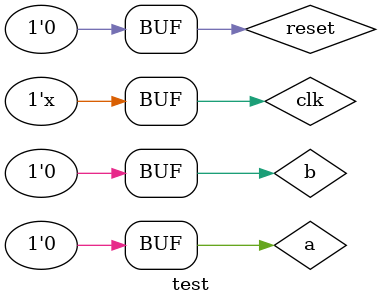
<source format=v>
`timescale 1ns / 1ps


module test;

	// Inputs
	reg clk;
	reg reset;
	reg a;
	reg b;

	// Outputs
	wire y0;
	wire yl;

	// Instantiate the Unit Under Test (UUT)
	fsm2 uut (
		.clk(clk), 
		.reset(reset), 
		.a(a), 
		.b(b), 
		.y0(y0), 
		.yl(yl)
	);

	initial begin
		// Initialize Inputs
		clk = 0;
		reset = 0;
		a = 0;
		b = 0;
		#100;
		// Wait 100 ns for global reset to finish
	/*	reset=1;
		
		
		
		a=1;
		b=1;
		#50
		
		a=0;
		b=1;
		#50;
		
		a=0;
		b=0;
		#50;
		
		//----------------------
		a=1;
		b=0;
		#50;
		
		a=0; // th? nút
		b=1;
		#50;
		b=0;
		#50;
		
		
		a=1; // quay v? s0
		#50;
		
		a=0;
		#50
		
		a=1; // ph? thu?c vào b
		
		
		
		
		
		*/
		
		
        
		// Add stimulus here

	end
	
	always
	begin
	clk=~clk;
	#10;
	
	
	end
      
endmodule


</source>
